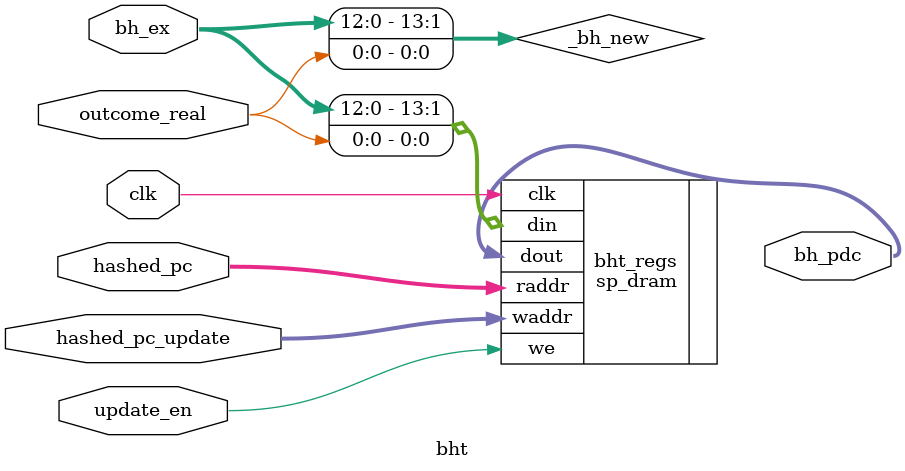
<source format=v>
module bht#(
    parameter k_width = 14,
              bh_width = 14
)(
    input clk,
    //query
    input [k_width-1:0]hashed_pc,//hash(pc)
    output [bh_width-1:0]bh_pdc,
    //update
    input [k_width-1:0]hashed_pc_update,
    input outcome_real,
    input [bh_width-1:0]bh_ex,
    input update_en
);
    wire[k_width-1:0] _bh_new;

    assign _bh_new={bh_ex[bh_width-2:0],outcome_real};

    sp_dram#(
        .ADDR_WIDTH(k_width),
        .DATA_WIDTH(bh_width)
    )
    bht_regs(
        .clk(clk),
        .raddr(hashed_pc),
        .dout(bh_pdc),
        .waddr(hashed_pc_update),
        .din(_bh_new),
        .we(update_en)
    );
endmodule

</source>
